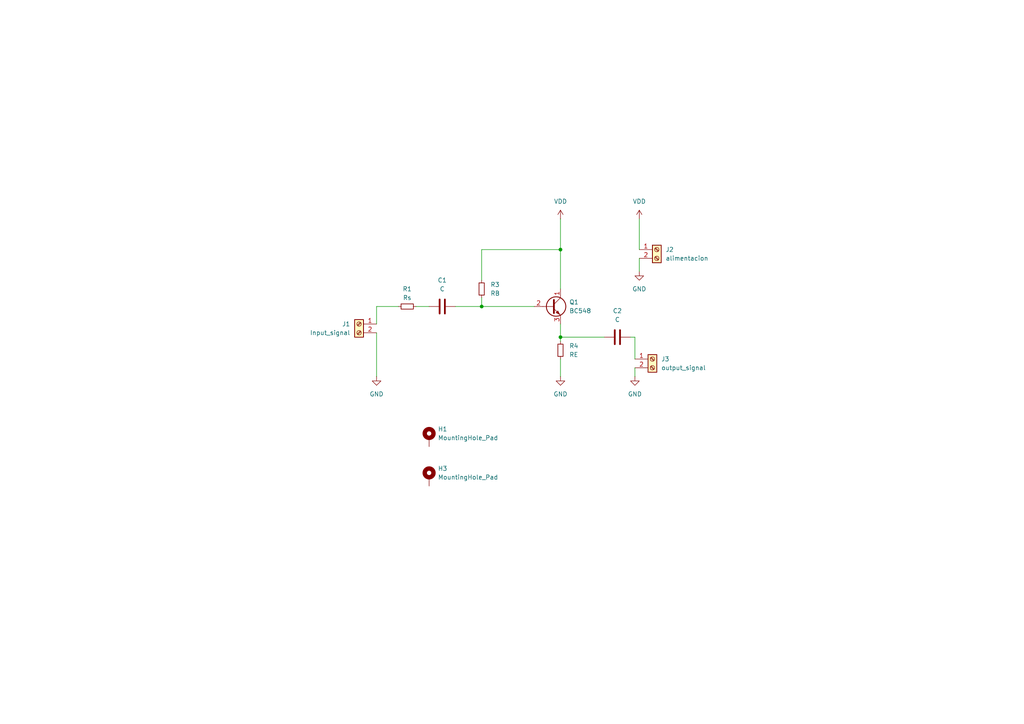
<source format=kicad_sch>
(kicad_sch
	(version 20250114)
	(generator "eeschema")
	(generator_version "9.0")
	(uuid "abe9321b-4f8c-41aa-ae62-fa54e64ae9c5")
	(paper "A4")
	(lib_symbols
		(symbol "Connector:Screw_Terminal_01x02"
			(pin_names
				(offset 1.016)
				(hide yes)
			)
			(exclude_from_sim no)
			(in_bom yes)
			(on_board yes)
			(property "Reference" "J"
				(at 0 2.54 0)
				(effects
					(font
						(size 1.27 1.27)
					)
				)
			)
			(property "Value" "Screw_Terminal_01x02"
				(at 0 -5.08 0)
				(effects
					(font
						(size 1.27 1.27)
					)
				)
			)
			(property "Footprint" ""
				(at 0 0 0)
				(effects
					(font
						(size 1.27 1.27)
					)
					(hide yes)
				)
			)
			(property "Datasheet" "~"
				(at 0 0 0)
				(effects
					(font
						(size 1.27 1.27)
					)
					(hide yes)
				)
			)
			(property "Description" "Generic screw terminal, single row, 01x02, script generated (kicad-library-utils/schlib/autogen/connector/)"
				(at 0 0 0)
				(effects
					(font
						(size 1.27 1.27)
					)
					(hide yes)
				)
			)
			(property "ki_keywords" "screw terminal"
				(at 0 0 0)
				(effects
					(font
						(size 1.27 1.27)
					)
					(hide yes)
				)
			)
			(property "ki_fp_filters" "TerminalBlock*:*"
				(at 0 0 0)
				(effects
					(font
						(size 1.27 1.27)
					)
					(hide yes)
				)
			)
			(symbol "Screw_Terminal_01x02_1_1"
				(rectangle
					(start -1.27 1.27)
					(end 1.27 -3.81)
					(stroke
						(width 0.254)
						(type default)
					)
					(fill
						(type background)
					)
				)
				(polyline
					(pts
						(xy -0.5334 0.3302) (xy 0.3302 -0.508)
					)
					(stroke
						(width 0.1524)
						(type default)
					)
					(fill
						(type none)
					)
				)
				(polyline
					(pts
						(xy -0.5334 -2.2098) (xy 0.3302 -3.048)
					)
					(stroke
						(width 0.1524)
						(type default)
					)
					(fill
						(type none)
					)
				)
				(polyline
					(pts
						(xy -0.3556 0.508) (xy 0.508 -0.3302)
					)
					(stroke
						(width 0.1524)
						(type default)
					)
					(fill
						(type none)
					)
				)
				(polyline
					(pts
						(xy -0.3556 -2.032) (xy 0.508 -2.8702)
					)
					(stroke
						(width 0.1524)
						(type default)
					)
					(fill
						(type none)
					)
				)
				(circle
					(center 0 0)
					(radius 0.635)
					(stroke
						(width 0.1524)
						(type default)
					)
					(fill
						(type none)
					)
				)
				(circle
					(center 0 -2.54)
					(radius 0.635)
					(stroke
						(width 0.1524)
						(type default)
					)
					(fill
						(type none)
					)
				)
				(pin passive line
					(at -5.08 0 0)
					(length 3.81)
					(name "Pin_1"
						(effects
							(font
								(size 1.27 1.27)
							)
						)
					)
					(number "1"
						(effects
							(font
								(size 1.27 1.27)
							)
						)
					)
				)
				(pin passive line
					(at -5.08 -2.54 0)
					(length 3.81)
					(name "Pin_2"
						(effects
							(font
								(size 1.27 1.27)
							)
						)
					)
					(number "2"
						(effects
							(font
								(size 1.27 1.27)
							)
						)
					)
				)
			)
			(embedded_fonts no)
		)
		(symbol "Device:C"
			(pin_numbers
				(hide yes)
			)
			(pin_names
				(offset 0.254)
			)
			(exclude_from_sim no)
			(in_bom yes)
			(on_board yes)
			(property "Reference" "C"
				(at 0.635 2.54 0)
				(effects
					(font
						(size 1.27 1.27)
					)
					(justify left)
				)
			)
			(property "Value" "C"
				(at 0.635 -2.54 0)
				(effects
					(font
						(size 1.27 1.27)
					)
					(justify left)
				)
			)
			(property "Footprint" ""
				(at 0.9652 -3.81 0)
				(effects
					(font
						(size 1.27 1.27)
					)
					(hide yes)
				)
			)
			(property "Datasheet" "~"
				(at 0 0 0)
				(effects
					(font
						(size 1.27 1.27)
					)
					(hide yes)
				)
			)
			(property "Description" "Unpolarized capacitor"
				(at 0 0 0)
				(effects
					(font
						(size 1.27 1.27)
					)
					(hide yes)
				)
			)
			(property "ki_keywords" "cap capacitor"
				(at 0 0 0)
				(effects
					(font
						(size 1.27 1.27)
					)
					(hide yes)
				)
			)
			(property "ki_fp_filters" "C_*"
				(at 0 0 0)
				(effects
					(font
						(size 1.27 1.27)
					)
					(hide yes)
				)
			)
			(symbol "C_0_1"
				(polyline
					(pts
						(xy -2.032 0.762) (xy 2.032 0.762)
					)
					(stroke
						(width 0.508)
						(type default)
					)
					(fill
						(type none)
					)
				)
				(polyline
					(pts
						(xy -2.032 -0.762) (xy 2.032 -0.762)
					)
					(stroke
						(width 0.508)
						(type default)
					)
					(fill
						(type none)
					)
				)
			)
			(symbol "C_1_1"
				(pin passive line
					(at 0 3.81 270)
					(length 2.794)
					(name "~"
						(effects
							(font
								(size 1.27 1.27)
							)
						)
					)
					(number "1"
						(effects
							(font
								(size 1.27 1.27)
							)
						)
					)
				)
				(pin passive line
					(at 0 -3.81 90)
					(length 2.794)
					(name "~"
						(effects
							(font
								(size 1.27 1.27)
							)
						)
					)
					(number "2"
						(effects
							(font
								(size 1.27 1.27)
							)
						)
					)
				)
			)
			(embedded_fonts no)
		)
		(symbol "Device:R_Small"
			(pin_numbers
				(hide yes)
			)
			(pin_names
				(offset 0.254)
				(hide yes)
			)
			(exclude_from_sim no)
			(in_bom yes)
			(on_board yes)
			(property "Reference" "R"
				(at 0.762 0.508 0)
				(effects
					(font
						(size 1.27 1.27)
					)
					(justify left)
				)
			)
			(property "Value" "R_Small"
				(at 0.762 -1.016 0)
				(effects
					(font
						(size 1.27 1.27)
					)
					(justify left)
				)
			)
			(property "Footprint" ""
				(at 0 0 0)
				(effects
					(font
						(size 1.27 1.27)
					)
					(hide yes)
				)
			)
			(property "Datasheet" "~"
				(at 0 0 0)
				(effects
					(font
						(size 1.27 1.27)
					)
					(hide yes)
				)
			)
			(property "Description" "Resistor, small symbol"
				(at 0 0 0)
				(effects
					(font
						(size 1.27 1.27)
					)
					(hide yes)
				)
			)
			(property "ki_keywords" "R resistor"
				(at 0 0 0)
				(effects
					(font
						(size 1.27 1.27)
					)
					(hide yes)
				)
			)
			(property "ki_fp_filters" "R_*"
				(at 0 0 0)
				(effects
					(font
						(size 1.27 1.27)
					)
					(hide yes)
				)
			)
			(symbol "R_Small_0_1"
				(rectangle
					(start -0.762 1.778)
					(end 0.762 -1.778)
					(stroke
						(width 0.2032)
						(type default)
					)
					(fill
						(type none)
					)
				)
			)
			(symbol "R_Small_1_1"
				(pin passive line
					(at 0 2.54 270)
					(length 0.762)
					(name "~"
						(effects
							(font
								(size 1.27 1.27)
							)
						)
					)
					(number "1"
						(effects
							(font
								(size 1.27 1.27)
							)
						)
					)
				)
				(pin passive line
					(at 0 -2.54 90)
					(length 0.762)
					(name "~"
						(effects
							(font
								(size 1.27 1.27)
							)
						)
					)
					(number "2"
						(effects
							(font
								(size 1.27 1.27)
							)
						)
					)
				)
			)
			(embedded_fonts no)
		)
		(symbol "Mechanical:MountingHole_Pad"
			(pin_numbers
				(hide yes)
			)
			(pin_names
				(offset 1.016)
				(hide yes)
			)
			(exclude_from_sim yes)
			(in_bom no)
			(on_board yes)
			(property "Reference" "H"
				(at 0 6.35 0)
				(effects
					(font
						(size 1.27 1.27)
					)
				)
			)
			(property "Value" "MountingHole_Pad"
				(at 0 4.445 0)
				(effects
					(font
						(size 1.27 1.27)
					)
				)
			)
			(property "Footprint" ""
				(at 0 0 0)
				(effects
					(font
						(size 1.27 1.27)
					)
					(hide yes)
				)
			)
			(property "Datasheet" "~"
				(at 0 0 0)
				(effects
					(font
						(size 1.27 1.27)
					)
					(hide yes)
				)
			)
			(property "Description" "Mounting Hole with connection"
				(at 0 0 0)
				(effects
					(font
						(size 1.27 1.27)
					)
					(hide yes)
				)
			)
			(property "ki_keywords" "mounting hole"
				(at 0 0 0)
				(effects
					(font
						(size 1.27 1.27)
					)
					(hide yes)
				)
			)
			(property "ki_fp_filters" "MountingHole*Pad*"
				(at 0 0 0)
				(effects
					(font
						(size 1.27 1.27)
					)
					(hide yes)
				)
			)
			(symbol "MountingHole_Pad_0_1"
				(circle
					(center 0 1.27)
					(radius 1.27)
					(stroke
						(width 1.27)
						(type default)
					)
					(fill
						(type none)
					)
				)
			)
			(symbol "MountingHole_Pad_1_1"
				(pin input line
					(at 0 -2.54 90)
					(length 2.54)
					(name "1"
						(effects
							(font
								(size 1.27 1.27)
							)
						)
					)
					(number "1"
						(effects
							(font
								(size 1.27 1.27)
							)
						)
					)
				)
			)
			(embedded_fonts no)
		)
		(symbol "Transistor_BJT:BC548"
			(pin_names
				(offset 0)
				(hide yes)
			)
			(exclude_from_sim no)
			(in_bom yes)
			(on_board yes)
			(property "Reference" "Q"
				(at 5.08 1.905 0)
				(effects
					(font
						(size 1.27 1.27)
					)
					(justify left)
				)
			)
			(property "Value" "BC548"
				(at 5.08 0 0)
				(effects
					(font
						(size 1.27 1.27)
					)
					(justify left)
				)
			)
			(property "Footprint" "Package_TO_SOT_THT:TO-92_Inline"
				(at 5.08 -1.905 0)
				(effects
					(font
						(size 1.27 1.27)
						(italic yes)
					)
					(justify left)
					(hide yes)
				)
			)
			(property "Datasheet" "https://www.onsemi.com/pub/Collateral/BC550-D.pdf"
				(at 0 0 0)
				(effects
					(font
						(size 1.27 1.27)
					)
					(justify left)
					(hide yes)
				)
			)
			(property "Description" "0.1A Ic, 30V Vce, Small Signal NPN Transistor, TO-92"
				(at 0 0 0)
				(effects
					(font
						(size 1.27 1.27)
					)
					(hide yes)
				)
			)
			(property "ki_keywords" "NPN Transistor"
				(at 0 0 0)
				(effects
					(font
						(size 1.27 1.27)
					)
					(hide yes)
				)
			)
			(property "ki_fp_filters" "TO?92*"
				(at 0 0 0)
				(effects
					(font
						(size 1.27 1.27)
					)
					(hide yes)
				)
			)
			(symbol "BC548_0_1"
				(polyline
					(pts
						(xy -2.54 0) (xy 0.635 0)
					)
					(stroke
						(width 0)
						(type default)
					)
					(fill
						(type none)
					)
				)
				(polyline
					(pts
						(xy 0.635 1.905) (xy 0.635 -1.905)
					)
					(stroke
						(width 0.508)
						(type default)
					)
					(fill
						(type none)
					)
				)
				(circle
					(center 1.27 0)
					(radius 2.8194)
					(stroke
						(width 0.254)
						(type default)
					)
					(fill
						(type none)
					)
				)
			)
			(symbol "BC548_1_1"
				(polyline
					(pts
						(xy 0.635 0.635) (xy 2.54 2.54)
					)
					(stroke
						(width 0)
						(type default)
					)
					(fill
						(type none)
					)
				)
				(polyline
					(pts
						(xy 0.635 -0.635) (xy 2.54 -2.54)
					)
					(stroke
						(width 0)
						(type default)
					)
					(fill
						(type none)
					)
				)
				(polyline
					(pts
						(xy 1.27 -1.778) (xy 1.778 -1.27) (xy 2.286 -2.286) (xy 1.27 -1.778)
					)
					(stroke
						(width 0)
						(type default)
					)
					(fill
						(type outline)
					)
				)
				(pin input line
					(at -5.08 0 0)
					(length 2.54)
					(name "B"
						(effects
							(font
								(size 1.27 1.27)
							)
						)
					)
					(number "2"
						(effects
							(font
								(size 1.27 1.27)
							)
						)
					)
				)
				(pin passive line
					(at 2.54 5.08 270)
					(length 2.54)
					(name "C"
						(effects
							(font
								(size 1.27 1.27)
							)
						)
					)
					(number "1"
						(effects
							(font
								(size 1.27 1.27)
							)
						)
					)
				)
				(pin passive line
					(at 2.54 -5.08 90)
					(length 2.54)
					(name "E"
						(effects
							(font
								(size 1.27 1.27)
							)
						)
					)
					(number "3"
						(effects
							(font
								(size 1.27 1.27)
							)
						)
					)
				)
			)
			(embedded_fonts no)
		)
		(symbol "power:GND"
			(power)
			(pin_numbers
				(hide yes)
			)
			(pin_names
				(offset 0)
				(hide yes)
			)
			(exclude_from_sim no)
			(in_bom yes)
			(on_board yes)
			(property "Reference" "#PWR"
				(at 0 -6.35 0)
				(effects
					(font
						(size 1.27 1.27)
					)
					(hide yes)
				)
			)
			(property "Value" "GND"
				(at 0 -3.81 0)
				(effects
					(font
						(size 1.27 1.27)
					)
				)
			)
			(property "Footprint" ""
				(at 0 0 0)
				(effects
					(font
						(size 1.27 1.27)
					)
					(hide yes)
				)
			)
			(property "Datasheet" ""
				(at 0 0 0)
				(effects
					(font
						(size 1.27 1.27)
					)
					(hide yes)
				)
			)
			(property "Description" "Power symbol creates a global label with name \"GND\" , ground"
				(at 0 0 0)
				(effects
					(font
						(size 1.27 1.27)
					)
					(hide yes)
				)
			)
			(property "ki_keywords" "global power"
				(at 0 0 0)
				(effects
					(font
						(size 1.27 1.27)
					)
					(hide yes)
				)
			)
			(symbol "GND_0_1"
				(polyline
					(pts
						(xy 0 0) (xy 0 -1.27) (xy 1.27 -1.27) (xy 0 -2.54) (xy -1.27 -1.27) (xy 0 -1.27)
					)
					(stroke
						(width 0)
						(type default)
					)
					(fill
						(type none)
					)
				)
			)
			(symbol "GND_1_1"
				(pin power_in line
					(at 0 0 270)
					(length 0)
					(name "~"
						(effects
							(font
								(size 1.27 1.27)
							)
						)
					)
					(number "1"
						(effects
							(font
								(size 1.27 1.27)
							)
						)
					)
				)
			)
			(embedded_fonts no)
		)
		(symbol "power:VDD"
			(power)
			(pin_numbers
				(hide yes)
			)
			(pin_names
				(offset 0)
				(hide yes)
			)
			(exclude_from_sim no)
			(in_bom yes)
			(on_board yes)
			(property "Reference" "#PWR"
				(at 0 -3.81 0)
				(effects
					(font
						(size 1.27 1.27)
					)
					(hide yes)
				)
			)
			(property "Value" "VDD"
				(at 0 3.556 0)
				(effects
					(font
						(size 1.27 1.27)
					)
				)
			)
			(property "Footprint" ""
				(at 0 0 0)
				(effects
					(font
						(size 1.27 1.27)
					)
					(hide yes)
				)
			)
			(property "Datasheet" ""
				(at 0 0 0)
				(effects
					(font
						(size 1.27 1.27)
					)
					(hide yes)
				)
			)
			(property "Description" "Power symbol creates a global label with name \"VDD\""
				(at 0 0 0)
				(effects
					(font
						(size 1.27 1.27)
					)
					(hide yes)
				)
			)
			(property "ki_keywords" "global power"
				(at 0 0 0)
				(effects
					(font
						(size 1.27 1.27)
					)
					(hide yes)
				)
			)
			(symbol "VDD_0_1"
				(polyline
					(pts
						(xy -0.762 1.27) (xy 0 2.54)
					)
					(stroke
						(width 0)
						(type default)
					)
					(fill
						(type none)
					)
				)
				(polyline
					(pts
						(xy 0 2.54) (xy 0.762 1.27)
					)
					(stroke
						(width 0)
						(type default)
					)
					(fill
						(type none)
					)
				)
				(polyline
					(pts
						(xy 0 0) (xy 0 2.54)
					)
					(stroke
						(width 0)
						(type default)
					)
					(fill
						(type none)
					)
				)
			)
			(symbol "VDD_1_1"
				(pin power_in line
					(at 0 0 90)
					(length 0)
					(name "~"
						(effects
							(font
								(size 1.27 1.27)
							)
						)
					)
					(number "1"
						(effects
							(font
								(size 1.27 1.27)
							)
						)
					)
				)
			)
			(embedded_fonts no)
		)
	)
	(junction
		(at 139.7 88.9)
		(diameter 0)
		(color 0 0 0 0)
		(uuid "2e48ea53-2bfd-4fcc-ab71-6af4ad8a913d")
	)
	(junction
		(at 162.56 72.39)
		(diameter 0)
		(color 0 0 0 0)
		(uuid "c7bac305-6978-42f2-9e6c-91d92992dce9")
	)
	(junction
		(at 162.56 97.79)
		(diameter 0)
		(color 0 0 0 0)
		(uuid "fd9c4175-d346-4748-8f04-ac6d6fe4fd10")
	)
	(wire
		(pts
			(xy 139.7 86.36) (xy 139.7 88.9)
		)
		(stroke
			(width 0)
			(type default)
		)
		(uuid "113b568e-153c-47c7-bd84-17649ed951b6")
	)
	(wire
		(pts
			(xy 139.7 81.28) (xy 139.7 72.39)
		)
		(stroke
			(width 0)
			(type default)
		)
		(uuid "213fa072-6228-4b39-85f1-785c917c5282")
	)
	(wire
		(pts
			(xy 162.56 63.5) (xy 162.56 72.39)
		)
		(stroke
			(width 0)
			(type default)
		)
		(uuid "22177fa4-a632-4fe2-8849-cb140bfa26e3")
	)
	(wire
		(pts
			(xy 182.88 97.79) (xy 184.15 97.79)
		)
		(stroke
			(width 0)
			(type default)
		)
		(uuid "2d118258-af5e-4391-adff-6b4b48e82573")
	)
	(wire
		(pts
			(xy 162.56 97.79) (xy 162.56 99.06)
		)
		(stroke
			(width 0)
			(type default)
		)
		(uuid "4f5c321c-77f5-4490-8128-1e89dbf64711")
	)
	(wire
		(pts
			(xy 184.15 106.68) (xy 184.15 109.22)
		)
		(stroke
			(width 0)
			(type default)
		)
		(uuid "63751dfc-edc1-4564-b92f-8d81735cf068")
	)
	(wire
		(pts
			(xy 139.7 72.39) (xy 162.56 72.39)
		)
		(stroke
			(width 0)
			(type default)
		)
		(uuid "65495783-3858-4087-9f09-70163c087a17")
	)
	(wire
		(pts
			(xy 185.42 74.93) (xy 185.42 78.74)
		)
		(stroke
			(width 0)
			(type default)
		)
		(uuid "6ab6d33b-0793-41d0-9db2-e27b82238750")
	)
	(wire
		(pts
			(xy 162.56 97.79) (xy 175.26 97.79)
		)
		(stroke
			(width 0)
			(type default)
		)
		(uuid "845875c9-eb6b-4b86-b47d-d32f6148baff")
	)
	(wire
		(pts
			(xy 162.56 93.98) (xy 162.56 97.79)
		)
		(stroke
			(width 0)
			(type default)
		)
		(uuid "8bd4ec56-e8e7-454a-b4ac-aa397be93e08")
	)
	(wire
		(pts
			(xy 109.22 88.9) (xy 109.22 93.98)
		)
		(stroke
			(width 0)
			(type default)
		)
		(uuid "90ce42ab-3771-4fab-ac87-14074cc6a676")
	)
	(wire
		(pts
			(xy 162.56 72.39) (xy 162.56 83.82)
		)
		(stroke
			(width 0)
			(type default)
		)
		(uuid "ae2eee65-d7ab-4284-b5da-92f9d41e7b69")
	)
	(wire
		(pts
			(xy 109.22 96.52) (xy 109.22 109.22)
		)
		(stroke
			(width 0)
			(type default)
		)
		(uuid "bac709d8-6ce8-46c3-b576-c99426516ab7")
	)
	(wire
		(pts
			(xy 132.08 88.9) (xy 139.7 88.9)
		)
		(stroke
			(width 0)
			(type default)
		)
		(uuid "bd1d0dc9-27e1-461f-8c23-30b923a0e96d")
	)
	(wire
		(pts
			(xy 120.65 88.9) (xy 124.46 88.9)
		)
		(stroke
			(width 0)
			(type default)
		)
		(uuid "c7653453-f060-4e12-bc52-5ec454d318c4")
	)
	(wire
		(pts
			(xy 185.42 63.5) (xy 185.42 72.39)
		)
		(stroke
			(width 0)
			(type default)
		)
		(uuid "d8cdf253-4e78-4d94-9602-2cc474d0241e")
	)
	(wire
		(pts
			(xy 184.15 97.79) (xy 184.15 104.14)
		)
		(stroke
			(width 0)
			(type default)
		)
		(uuid "dc4a8431-158f-4608-903b-68b7e9f756ab")
	)
	(wire
		(pts
			(xy 115.57 88.9) (xy 109.22 88.9)
		)
		(stroke
			(width 0)
			(type default)
		)
		(uuid "de0a6e3e-06eb-4e1d-9e13-c05e19885796")
	)
	(wire
		(pts
			(xy 162.56 104.14) (xy 162.56 109.22)
		)
		(stroke
			(width 0)
			(type default)
		)
		(uuid "e25e60f7-e67b-49bb-9071-9bcb0c3b0500")
	)
	(wire
		(pts
			(xy 139.7 88.9) (xy 154.94 88.9)
		)
		(stroke
			(width 0)
			(type default)
		)
		(uuid "e88cc5df-f4b0-4e68-bf45-fd73bd432f00")
	)
	(symbol
		(lib_id "Device:C")
		(at 128.27 88.9 90)
		(unit 1)
		(exclude_from_sim no)
		(in_bom yes)
		(on_board yes)
		(dnp no)
		(fields_autoplaced yes)
		(uuid "4287025d-59ab-4947-88bd-564daa3d72eb")
		(property "Reference" "C1"
			(at 128.27 81.28 90)
			(effects
				(font
					(size 1.27 1.27)
				)
			)
		)
		(property "Value" "C"
			(at 128.27 83.82 90)
			(effects
				(font
					(size 1.27 1.27)
				)
			)
		)
		(property "Footprint" "Capacitor_THT:C_Rect_L4.6mm_W3.0mm_P2.50mm_MKS02_FKP02"
			(at 132.08 87.9348 0)
			(effects
				(font
					(size 1.27 1.27)
				)
				(hide yes)
			)
		)
		(property "Datasheet" "~"
			(at 128.27 88.9 0)
			(effects
				(font
					(size 1.27 1.27)
				)
				(hide yes)
			)
		)
		(property "Description" "Unpolarized capacitor"
			(at 128.27 88.9 0)
			(effects
				(font
					(size 1.27 1.27)
				)
				(hide yes)
			)
		)
		(pin "2"
			(uuid "b6547a62-6586-465b-9436-bf8abc8649e9")
		)
		(pin "1"
			(uuid "6c406398-f3d1-47bb-b14f-560330d0b0fa")
		)
		(instances
			(project ""
				(path "/abe9321b-4f8c-41aa-ae62-fa54e64ae9c5"
					(reference "C1")
					(unit 1)
				)
			)
		)
	)
	(symbol
		(lib_id "power:GND")
		(at 184.15 109.22 0)
		(unit 1)
		(exclude_from_sim no)
		(in_bom yes)
		(on_board yes)
		(dnp no)
		(fields_autoplaced yes)
		(uuid "5d5b3837-cd68-4031-b6ad-b6e6d90828a3")
		(property "Reference" "#PWR02"
			(at 184.15 115.57 0)
			(effects
				(font
					(size 1.27 1.27)
				)
				(hide yes)
			)
		)
		(property "Value" "GND"
			(at 184.15 114.3 0)
			(effects
				(font
					(size 1.27 1.27)
				)
			)
		)
		(property "Footprint" ""
			(at 184.15 109.22 0)
			(effects
				(font
					(size 1.27 1.27)
				)
				(hide yes)
			)
		)
		(property "Datasheet" ""
			(at 184.15 109.22 0)
			(effects
				(font
					(size 1.27 1.27)
				)
				(hide yes)
			)
		)
		(property "Description" "Power symbol creates a global label with name \"GND\" , ground"
			(at 184.15 109.22 0)
			(effects
				(font
					(size 1.27 1.27)
				)
				(hide yes)
			)
		)
		(pin "1"
			(uuid "7614bb8c-ad89-4c48-8ecc-32bab883a5e2")
		)
		(instances
			(project "TP8_ej1_Salomon"
				(path "/abe9321b-4f8c-41aa-ae62-fa54e64ae9c5"
					(reference "#PWR02")
					(unit 1)
				)
			)
		)
	)
	(symbol
		(lib_id "Device:R_Small")
		(at 162.56 101.6 0)
		(unit 1)
		(exclude_from_sim no)
		(in_bom yes)
		(on_board yes)
		(dnp no)
		(fields_autoplaced yes)
		(uuid "7ad6ce99-230e-4a0a-99f8-7bf4af53e9d4")
		(property "Reference" "R4"
			(at 165.1 100.3299 0)
			(effects
				(font
					(size 1.27 1.27)
				)
				(justify left)
			)
		)
		(property "Value" "RE"
			(at 165.1 102.8699 0)
			(effects
				(font
					(size 1.27 1.27)
				)
				(justify left)
			)
		)
		(property "Footprint" "Resistor_THT:R_Axial_DIN0204_L3.6mm_D1.6mm_P5.08mm_Vertical"
			(at 162.56 101.6 0)
			(effects
				(font
					(size 1.27 1.27)
				)
				(hide yes)
			)
		)
		(property "Datasheet" "~"
			(at 162.56 101.6 0)
			(effects
				(font
					(size 1.27 1.27)
				)
				(hide yes)
			)
		)
		(property "Description" "Resistor, small symbol"
			(at 162.56 101.6 0)
			(effects
				(font
					(size 1.27 1.27)
				)
				(hide yes)
			)
		)
		(pin "1"
			(uuid "e388081a-584d-4938-8139-1479046c446f")
		)
		(pin "2"
			(uuid "fcd92756-05c5-40c7-a12e-14fa9e1cc438")
		)
		(instances
			(project "TP8_ej1_Salomon"
				(path "/abe9321b-4f8c-41aa-ae62-fa54e64ae9c5"
					(reference "R4")
					(unit 1)
				)
			)
		)
	)
	(symbol
		(lib_id "Mechanical:MountingHole_Pad")
		(at 124.46 138.43 0)
		(unit 1)
		(exclude_from_sim yes)
		(in_bom no)
		(on_board yes)
		(dnp no)
		(fields_autoplaced yes)
		(uuid "9020b4ee-98cc-4d4c-bd52-1f7d45c06e8e")
		(property "Reference" "H3"
			(at 127 135.8899 0)
			(effects
				(font
					(size 1.27 1.27)
				)
				(justify left)
			)
		)
		(property "Value" "MountingHole_Pad"
			(at 127 138.4299 0)
			(effects
				(font
					(size 1.27 1.27)
				)
				(justify left)
			)
		)
		(property "Footprint" "MountingHole:MountingHole_2.2mm_M2_Pad_Via"
			(at 124.46 138.43 0)
			(effects
				(font
					(size 1.27 1.27)
				)
				(hide yes)
			)
		)
		(property "Datasheet" "~"
			(at 124.46 138.43 0)
			(effects
				(font
					(size 1.27 1.27)
				)
				(hide yes)
			)
		)
		(property "Description" "Mounting Hole with connection"
			(at 124.46 138.43 0)
			(effects
				(font
					(size 1.27 1.27)
				)
				(hide yes)
			)
		)
		(pin "1"
			(uuid "d6a1b3ae-3c8f-4157-9404-37a408065dd7")
		)
		(instances
			(project "TP8_ej1_Salomon"
				(path "/abe9321b-4f8c-41aa-ae62-fa54e64ae9c5"
					(reference "H3")
					(unit 1)
				)
			)
		)
	)
	(symbol
		(lib_id "power:VDD")
		(at 185.42 63.5 0)
		(unit 1)
		(exclude_from_sim no)
		(in_bom yes)
		(on_board yes)
		(dnp no)
		(fields_autoplaced yes)
		(uuid "97cb1421-c9f4-421d-8d1d-5f873f0b33b6")
		(property "Reference" "#PWR06"
			(at 185.42 67.31 0)
			(effects
				(font
					(size 1.27 1.27)
				)
				(hide yes)
			)
		)
		(property "Value" "VDD"
			(at 185.42 58.42 0)
			(effects
				(font
					(size 1.27 1.27)
				)
			)
		)
		(property "Footprint" ""
			(at 185.42 63.5 0)
			(effects
				(font
					(size 1.27 1.27)
				)
				(hide yes)
			)
		)
		(property "Datasheet" ""
			(at 185.42 63.5 0)
			(effects
				(font
					(size 1.27 1.27)
				)
				(hide yes)
			)
		)
		(property "Description" "Power symbol creates a global label with name \"VDD\""
			(at 185.42 63.5 0)
			(effects
				(font
					(size 1.27 1.27)
				)
				(hide yes)
			)
		)
		(pin "1"
			(uuid "ec962fad-e914-45af-9baf-83a80e81970b")
		)
		(instances
			(project ""
				(path "/abe9321b-4f8c-41aa-ae62-fa54e64ae9c5"
					(reference "#PWR06")
					(unit 1)
				)
			)
		)
	)
	(symbol
		(lib_id "Device:R_Small")
		(at 118.11 88.9 90)
		(unit 1)
		(exclude_from_sim no)
		(in_bom yes)
		(on_board yes)
		(dnp no)
		(fields_autoplaced yes)
		(uuid "9f0c8e0c-518c-4162-b8f2-23619b2173b0")
		(property "Reference" "R1"
			(at 118.11 83.82 90)
			(effects
				(font
					(size 1.27 1.27)
				)
			)
		)
		(property "Value" "Rs"
			(at 118.11 86.36 90)
			(effects
				(font
					(size 1.27 1.27)
				)
			)
		)
		(property "Footprint" "Resistor_THT:R_Axial_DIN0204_L3.6mm_D1.6mm_P5.08mm_Vertical"
			(at 118.11 88.9 0)
			(effects
				(font
					(size 1.27 1.27)
				)
				(hide yes)
			)
		)
		(property "Datasheet" "~"
			(at 118.11 88.9 0)
			(effects
				(font
					(size 1.27 1.27)
				)
				(hide yes)
			)
		)
		(property "Description" "Resistor, small symbol"
			(at 118.11 88.9 0)
			(effects
				(font
					(size 1.27 1.27)
				)
				(hide yes)
			)
		)
		(pin "1"
			(uuid "3bf0ed1b-f484-4395-89b5-3894575db47e")
		)
		(pin "2"
			(uuid "c1972b72-df8e-4404-aa49-97471671d842")
		)
		(instances
			(project ""
				(path "/abe9321b-4f8c-41aa-ae62-fa54e64ae9c5"
					(reference "R1")
					(unit 1)
				)
			)
		)
	)
	(symbol
		(lib_id "Connector:Screw_Terminal_01x02")
		(at 104.14 93.98 0)
		(mirror y)
		(unit 1)
		(exclude_from_sim no)
		(in_bom yes)
		(on_board yes)
		(dnp no)
		(uuid "9fa93938-9e3e-40e1-9d30-7f344cb0a936")
		(property "Reference" "J1"
			(at 101.6 93.9799 0)
			(effects
				(font
					(size 1.27 1.27)
				)
				(justify left)
			)
		)
		(property "Value" "Input_signal"
			(at 101.6 96.5199 0)
			(effects
				(font
					(size 1.27 1.27)
				)
				(justify left)
			)
		)
		(property "Footprint" "TerminalBlock:TerminalBlock_bornier-2_P5.08mm"
			(at 104.14 93.98 0)
			(effects
				(font
					(size 1.27 1.27)
				)
				(hide yes)
			)
		)
		(property "Datasheet" "~"
			(at 104.14 93.98 0)
			(effects
				(font
					(size 1.27 1.27)
				)
				(hide yes)
			)
		)
		(property "Description" "Generic screw terminal, single row, 01x02, script generated (kicad-library-utils/schlib/autogen/connector/)"
			(at 104.14 93.98 0)
			(effects
				(font
					(size 1.27 1.27)
				)
				(hide yes)
			)
		)
		(pin "2"
			(uuid "d622294d-6288-4505-81aa-69eb49afb40f")
		)
		(pin "1"
			(uuid "9b95b315-2d39-42dc-afb5-d843f0f2cb51")
		)
		(instances
			(project ""
				(path "/abe9321b-4f8c-41aa-ae62-fa54e64ae9c5"
					(reference "J1")
					(unit 1)
				)
			)
		)
	)
	(symbol
		(lib_id "power:GND")
		(at 162.56 109.22 0)
		(unit 1)
		(exclude_from_sim no)
		(in_bom yes)
		(on_board yes)
		(dnp no)
		(fields_autoplaced yes)
		(uuid "a0241469-d314-46c3-9205-c77c2b4db6da")
		(property "Reference" "#PWR01"
			(at 162.56 115.57 0)
			(effects
				(font
					(size 1.27 1.27)
				)
				(hide yes)
			)
		)
		(property "Value" "GND"
			(at 162.56 114.3 0)
			(effects
				(font
					(size 1.27 1.27)
				)
			)
		)
		(property "Footprint" ""
			(at 162.56 109.22 0)
			(effects
				(font
					(size 1.27 1.27)
				)
				(hide yes)
			)
		)
		(property "Datasheet" ""
			(at 162.56 109.22 0)
			(effects
				(font
					(size 1.27 1.27)
				)
				(hide yes)
			)
		)
		(property "Description" "Power symbol creates a global label with name \"GND\" , ground"
			(at 162.56 109.22 0)
			(effects
				(font
					(size 1.27 1.27)
				)
				(hide yes)
			)
		)
		(pin "1"
			(uuid "3f6a8a2e-143f-4124-90b2-f887411be175")
		)
		(instances
			(project ""
				(path "/abe9321b-4f8c-41aa-ae62-fa54e64ae9c5"
					(reference "#PWR01")
					(unit 1)
				)
			)
		)
	)
	(symbol
		(lib_id "power:GND")
		(at 109.22 109.22 0)
		(unit 1)
		(exclude_from_sim no)
		(in_bom yes)
		(on_board yes)
		(dnp no)
		(fields_autoplaced yes)
		(uuid "b75cb664-200f-48de-b5e2-c26e2897f2d6")
		(property "Reference" "#PWR04"
			(at 109.22 115.57 0)
			(effects
				(font
					(size 1.27 1.27)
				)
				(hide yes)
			)
		)
		(property "Value" "GND"
			(at 109.22 114.3 0)
			(effects
				(font
					(size 1.27 1.27)
				)
			)
		)
		(property "Footprint" ""
			(at 109.22 109.22 0)
			(effects
				(font
					(size 1.27 1.27)
				)
				(hide yes)
			)
		)
		(property "Datasheet" ""
			(at 109.22 109.22 0)
			(effects
				(font
					(size 1.27 1.27)
				)
				(hide yes)
			)
		)
		(property "Description" "Power symbol creates a global label with name \"GND\" , ground"
			(at 109.22 109.22 0)
			(effects
				(font
					(size 1.27 1.27)
				)
				(hide yes)
			)
		)
		(pin "1"
			(uuid "161fecb5-b7a8-4711-805a-45d8667eece0")
		)
		(instances
			(project "TP8_ej1_Salomon"
				(path "/abe9321b-4f8c-41aa-ae62-fa54e64ae9c5"
					(reference "#PWR04")
					(unit 1)
				)
			)
		)
	)
	(symbol
		(lib_id "Device:R_Small")
		(at 139.7 83.82 0)
		(unit 1)
		(exclude_from_sim no)
		(in_bom yes)
		(on_board yes)
		(dnp no)
		(fields_autoplaced yes)
		(uuid "c16c9866-7ed6-4eee-9c6d-38405579ccae")
		(property "Reference" "R3"
			(at 142.24 82.5499 0)
			(effects
				(font
					(size 1.27 1.27)
				)
				(justify left)
			)
		)
		(property "Value" "RB"
			(at 142.24 85.0899 0)
			(effects
				(font
					(size 1.27 1.27)
				)
				(justify left)
			)
		)
		(property "Footprint" "Resistor_THT:R_Axial_DIN0204_L3.6mm_D1.6mm_P5.08mm_Vertical"
			(at 139.7 83.82 0)
			(effects
				(font
					(size 1.27 1.27)
				)
				(hide yes)
			)
		)
		(property "Datasheet" "~"
			(at 139.7 83.82 0)
			(effects
				(font
					(size 1.27 1.27)
				)
				(hide yes)
			)
		)
		(property "Description" "Resistor, small symbol"
			(at 139.7 83.82 0)
			(effects
				(font
					(size 1.27 1.27)
				)
				(hide yes)
			)
		)
		(pin "1"
			(uuid "e791743f-cd74-4fd8-824d-4ed3be76da11")
		)
		(pin "2"
			(uuid "7fb10b09-1aa4-4233-a88f-74af1ee6e357")
		)
		(instances
			(project "TP8_ej1_Salomon"
				(path "/abe9321b-4f8c-41aa-ae62-fa54e64ae9c5"
					(reference "R3")
					(unit 1)
				)
			)
		)
	)
	(symbol
		(lib_id "Connector:Screw_Terminal_01x02")
		(at 190.5 72.39 0)
		(unit 1)
		(exclude_from_sim no)
		(in_bom yes)
		(on_board yes)
		(dnp no)
		(fields_autoplaced yes)
		(uuid "c6103865-d84f-4564-9cf6-6aaa34c06397")
		(property "Reference" "J2"
			(at 193.04 72.3899 0)
			(effects
				(font
					(size 1.27 1.27)
				)
				(justify left)
			)
		)
		(property "Value" "alimentacion"
			(at 193.04 74.9299 0)
			(effects
				(font
					(size 1.27 1.27)
				)
				(justify left)
			)
		)
		(property "Footprint" "TerminalBlock:TerminalBlock_bornier-2_P5.08mm"
			(at 190.5 72.39 0)
			(effects
				(font
					(size 1.27 1.27)
				)
				(hide yes)
			)
		)
		(property "Datasheet" "~"
			(at 190.5 72.39 0)
			(effects
				(font
					(size 1.27 1.27)
				)
				(hide yes)
			)
		)
		(property "Description" "Generic screw terminal, single row, 01x02, script generated (kicad-library-utils/schlib/autogen/connector/)"
			(at 190.5 72.39 0)
			(effects
				(font
					(size 1.27 1.27)
				)
				(hide yes)
			)
		)
		(pin "2"
			(uuid "10fe89e5-d607-4165-9327-96c6f5c8d5f8")
		)
		(pin "1"
			(uuid "c6654f03-6c11-443e-9a39-3d70854c0de7")
		)
		(instances
			(project "TP8_ej1_Salomon"
				(path "/abe9321b-4f8c-41aa-ae62-fa54e64ae9c5"
					(reference "J2")
					(unit 1)
				)
			)
		)
	)
	(symbol
		(lib_id "Connector:Screw_Terminal_01x02")
		(at 189.23 104.14 0)
		(unit 1)
		(exclude_from_sim no)
		(in_bom yes)
		(on_board yes)
		(dnp no)
		(fields_autoplaced yes)
		(uuid "d09224c1-7241-4a4d-abb8-f1fef7640e2e")
		(property "Reference" "J3"
			(at 191.77 104.1399 0)
			(effects
				(font
					(size 1.27 1.27)
				)
				(justify left)
			)
		)
		(property "Value" "output_signal"
			(at 191.77 106.6799 0)
			(effects
				(font
					(size 1.27 1.27)
				)
				(justify left)
			)
		)
		(property "Footprint" "TerminalBlock:TerminalBlock_bornier-2_P5.08mm"
			(at 189.23 104.14 0)
			(effects
				(font
					(size 1.27 1.27)
				)
				(hide yes)
			)
		)
		(property "Datasheet" "~"
			(at 189.23 104.14 0)
			(effects
				(font
					(size 1.27 1.27)
				)
				(hide yes)
			)
		)
		(property "Description" "Generic screw terminal, single row, 01x02, script generated (kicad-library-utils/schlib/autogen/connector/)"
			(at 189.23 104.14 0)
			(effects
				(font
					(size 1.27 1.27)
				)
				(hide yes)
			)
		)
		(pin "2"
			(uuid "97366c7c-0d0e-483a-8154-2b34726b0b18")
		)
		(pin "1"
			(uuid "40e69d42-545c-46de-a87b-1cebe0ef82f2")
		)
		(instances
			(project "TP8_ej1_Salomon"
				(path "/abe9321b-4f8c-41aa-ae62-fa54e64ae9c5"
					(reference "J3")
					(unit 1)
				)
			)
		)
	)
	(symbol
		(lib_id "Mechanical:MountingHole_Pad")
		(at 124.46 127 0)
		(unit 1)
		(exclude_from_sim yes)
		(in_bom no)
		(on_board yes)
		(dnp no)
		(fields_autoplaced yes)
		(uuid "e02de652-6ea1-46c5-a10b-3377bf490540")
		(property "Reference" "H1"
			(at 127 124.4599 0)
			(effects
				(font
					(size 1.27 1.27)
				)
				(justify left)
			)
		)
		(property "Value" "MountingHole_Pad"
			(at 127 126.9999 0)
			(effects
				(font
					(size 1.27 1.27)
				)
				(justify left)
			)
		)
		(property "Footprint" "MountingHole:MountingHole_2.2mm_M2_Pad_Via"
			(at 124.46 127 0)
			(effects
				(font
					(size 1.27 1.27)
				)
				(hide yes)
			)
		)
		(property "Datasheet" "~"
			(at 124.46 127 0)
			(effects
				(font
					(size 1.27 1.27)
				)
				(hide yes)
			)
		)
		(property "Description" "Mounting Hole with connection"
			(at 124.46 127 0)
			(effects
				(font
					(size 1.27 1.27)
				)
				(hide yes)
			)
		)
		(pin "1"
			(uuid "f6827c30-9fa4-46eb-96fb-7efb9c35437f")
		)
		(instances
			(project ""
				(path "/abe9321b-4f8c-41aa-ae62-fa54e64ae9c5"
					(reference "H1")
					(unit 1)
				)
			)
		)
	)
	(symbol
		(lib_id "power:VDD")
		(at 162.56 63.5 0)
		(unit 1)
		(exclude_from_sim no)
		(in_bom yes)
		(on_board yes)
		(dnp no)
		(fields_autoplaced yes)
		(uuid "e476a6b4-64ae-4355-8667-2a1a2eef41f3")
		(property "Reference" "#PWR05"
			(at 162.56 67.31 0)
			(effects
				(font
					(size 1.27 1.27)
				)
				(hide yes)
			)
		)
		(property "Value" "VDD"
			(at 162.56 58.42 0)
			(effects
				(font
					(size 1.27 1.27)
				)
			)
		)
		(property "Footprint" ""
			(at 162.56 63.5 0)
			(effects
				(font
					(size 1.27 1.27)
				)
				(hide yes)
			)
		)
		(property "Datasheet" ""
			(at 162.56 63.5 0)
			(effects
				(font
					(size 1.27 1.27)
				)
				(hide yes)
			)
		)
		(property "Description" "Power symbol creates a global label with name \"VDD\""
			(at 162.56 63.5 0)
			(effects
				(font
					(size 1.27 1.27)
				)
				(hide yes)
			)
		)
		(pin "1"
			(uuid "58504154-3f40-43ae-8430-c7a8b6a61f23")
		)
		(instances
			(project ""
				(path "/abe9321b-4f8c-41aa-ae62-fa54e64ae9c5"
					(reference "#PWR05")
					(unit 1)
				)
			)
		)
	)
	(symbol
		(lib_id "Device:C")
		(at 179.07 97.79 90)
		(unit 1)
		(exclude_from_sim no)
		(in_bom yes)
		(on_board yes)
		(dnp no)
		(fields_autoplaced yes)
		(uuid "ed09ee7e-d05c-47bb-84ef-11a9a1548bb8")
		(property "Reference" "C2"
			(at 179.07 90.17 90)
			(effects
				(font
					(size 1.27 1.27)
				)
			)
		)
		(property "Value" "C"
			(at 179.07 92.71 90)
			(effects
				(font
					(size 1.27 1.27)
				)
			)
		)
		(property "Footprint" "Capacitor_THT:C_Rect_L4.6mm_W3.0mm_P2.50mm_MKS02_FKP02"
			(at 182.88 96.8248 0)
			(effects
				(font
					(size 1.27 1.27)
				)
				(hide yes)
			)
		)
		(property "Datasheet" "~"
			(at 179.07 97.79 0)
			(effects
				(font
					(size 1.27 1.27)
				)
				(hide yes)
			)
		)
		(property "Description" "Unpolarized capacitor"
			(at 179.07 97.79 0)
			(effects
				(font
					(size 1.27 1.27)
				)
				(hide yes)
			)
		)
		(pin "2"
			(uuid "0ae8f238-8eb9-44a8-8b1c-631b9619e179")
		)
		(pin "1"
			(uuid "8a414820-ca46-4c81-a35b-593fa56d67ba")
		)
		(instances
			(project "TP8_ej1_Salomon"
				(path "/abe9321b-4f8c-41aa-ae62-fa54e64ae9c5"
					(reference "C2")
					(unit 1)
				)
			)
		)
	)
	(symbol
		(lib_id "Transistor_BJT:BC548")
		(at 160.02 88.9 0)
		(unit 1)
		(exclude_from_sim no)
		(in_bom yes)
		(on_board yes)
		(dnp no)
		(fields_autoplaced yes)
		(uuid "f76d6933-52eb-4fad-aded-057d7b7380f1")
		(property "Reference" "Q1"
			(at 165.1 87.6299 0)
			(effects
				(font
					(size 1.27 1.27)
				)
				(justify left)
			)
		)
		(property "Value" "BC548"
			(at 165.1 90.1699 0)
			(effects
				(font
					(size 1.27 1.27)
				)
				(justify left)
			)
		)
		(property "Footprint" "Package_TO_SOT_THT:TO-92_Inline"
			(at 165.1 90.805 0)
			(effects
				(font
					(size 1.27 1.27)
					(italic yes)
				)
				(justify left)
				(hide yes)
			)
		)
		(property "Datasheet" "https://www.onsemi.com/pub/Collateral/BC550-D.pdf"
			(at 160.02 88.9 0)
			(effects
				(font
					(size 1.27 1.27)
				)
				(justify left)
				(hide yes)
			)
		)
		(property "Description" "0.1A Ic, 30V Vce, Small Signal NPN Transistor, TO-92"
			(at 160.02 88.9 0)
			(effects
				(font
					(size 1.27 1.27)
				)
				(hide yes)
			)
		)
		(pin "1"
			(uuid "4ce82505-4ce7-49c3-a392-b8e79021402d")
		)
		(pin "3"
			(uuid "5642c10b-80ef-4923-b2e0-e7d16037f58f")
		)
		(pin "2"
			(uuid "a0308a15-e478-41bd-9220-8b9a7c99853f")
		)
		(instances
			(project ""
				(path "/abe9321b-4f8c-41aa-ae62-fa54e64ae9c5"
					(reference "Q1")
					(unit 1)
				)
			)
		)
	)
	(symbol
		(lib_id "power:GND")
		(at 185.42 78.74 0)
		(unit 1)
		(exclude_from_sim no)
		(in_bom yes)
		(on_board yes)
		(dnp no)
		(fields_autoplaced yes)
		(uuid "f88c4560-18ce-4a0d-bd36-4d055f118e3d")
		(property "Reference" "#PWR03"
			(at 185.42 85.09 0)
			(effects
				(font
					(size 1.27 1.27)
				)
				(hide yes)
			)
		)
		(property "Value" "GND"
			(at 185.42 83.82 0)
			(effects
				(font
					(size 1.27 1.27)
				)
			)
		)
		(property "Footprint" ""
			(at 185.42 78.74 0)
			(effects
				(font
					(size 1.27 1.27)
				)
				(hide yes)
			)
		)
		(property "Datasheet" ""
			(at 185.42 78.74 0)
			(effects
				(font
					(size 1.27 1.27)
				)
				(hide yes)
			)
		)
		(property "Description" "Power symbol creates a global label with name \"GND\" , ground"
			(at 185.42 78.74 0)
			(effects
				(font
					(size 1.27 1.27)
				)
				(hide yes)
			)
		)
		(pin "1"
			(uuid "e10b1c13-03db-464e-8381-c5fb9169e88c")
		)
		(instances
			(project "TP8_ej1_Salomon"
				(path "/abe9321b-4f8c-41aa-ae62-fa54e64ae9c5"
					(reference "#PWR03")
					(unit 1)
				)
			)
		)
	)
	(sheet_instances
		(path "/"
			(page "1")
		)
	)
	(embedded_fonts no)
)

</source>
